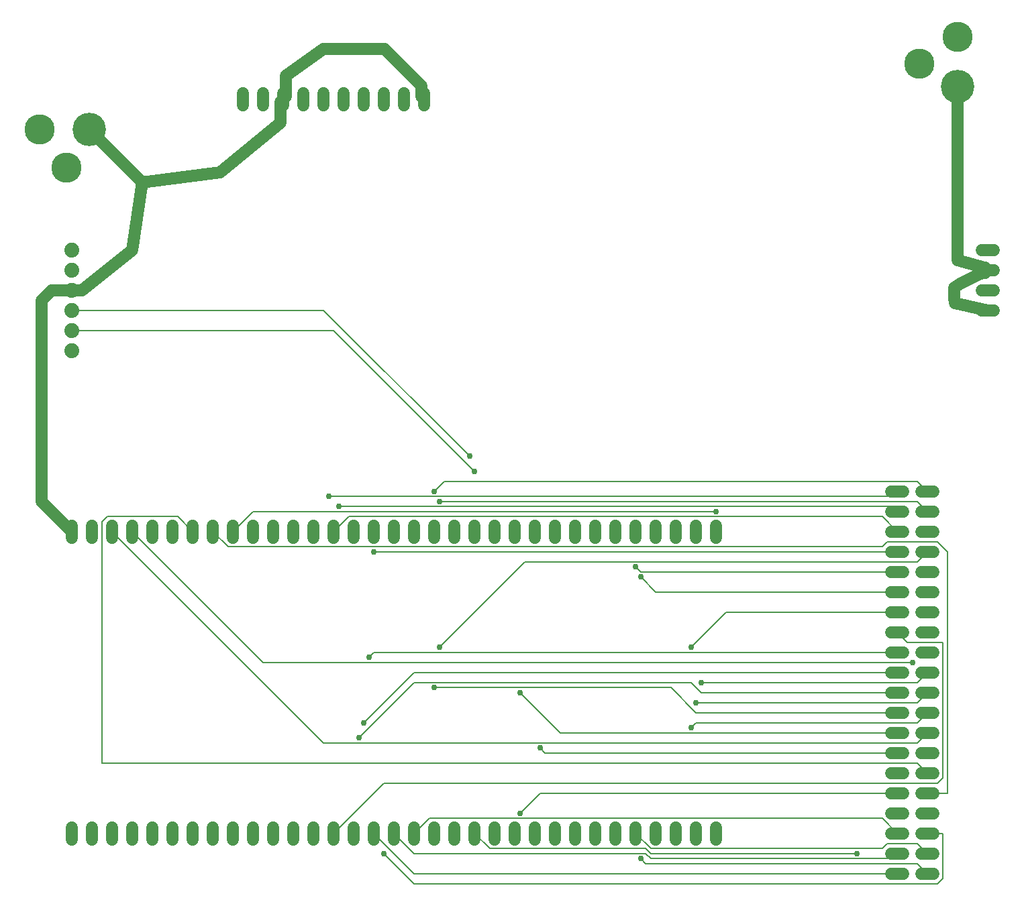
<source format=gbr>
G04 EAGLE Gerber X2 export*
%TF.Part,Single*%
%TF.FileFunction,Copper,L1,Top,Mixed*%
%TF.FilePolarity,Positive*%
%TF.GenerationSoftware,Autodesk,EAGLE,8.7.1*%
%TF.CreationDate,2018-04-16T21:52:04Z*%
G75*
%MOMM*%
%FSLAX34Y34*%
%LPD*%
%AMOC8*
5,1,8,0,0,1.08239X$1,22.5*%
G01*
%ADD10C,4.216000*%
%ADD11C,3.816000*%
%ADD12C,1.879600*%
%ADD13C,1.524000*%
%ADD14C,0.152400*%
%ADD15C,0.756400*%


D10*
X97900Y1003300D03*
D11*
X35400Y1003300D03*
X69400Y955300D03*
D12*
X76200Y723900D03*
X76200Y749300D03*
X76200Y774700D03*
X76200Y800100D03*
X76200Y825500D03*
X76200Y850900D03*
D13*
X76200Y121920D02*
X76200Y106680D01*
X101600Y106680D02*
X101600Y121920D01*
X127000Y121920D02*
X127000Y106680D01*
X152400Y106680D02*
X152400Y121920D01*
X177800Y121920D02*
X177800Y106680D01*
X203200Y106680D02*
X203200Y121920D01*
X228600Y121920D02*
X228600Y106680D01*
X254000Y106680D02*
X254000Y121920D01*
X279400Y121920D02*
X279400Y106680D01*
X304800Y106680D02*
X304800Y121920D01*
X330200Y121920D02*
X330200Y106680D01*
X355600Y106680D02*
X355600Y121920D01*
X381000Y121920D02*
X381000Y106680D01*
X406400Y106680D02*
X406400Y121920D01*
X431800Y121920D02*
X431800Y106680D01*
X457200Y106680D02*
X457200Y121920D01*
X482600Y121920D02*
X482600Y106680D01*
X508000Y106680D02*
X508000Y121920D01*
X533400Y121920D02*
X533400Y106680D01*
X558800Y106680D02*
X558800Y121920D01*
X76200Y487680D02*
X76200Y502920D01*
X101600Y502920D02*
X101600Y487680D01*
X127000Y487680D02*
X127000Y502920D01*
X152400Y502920D02*
X152400Y487680D01*
X177800Y487680D02*
X177800Y502920D01*
X203200Y502920D02*
X203200Y487680D01*
X228600Y487680D02*
X228600Y502920D01*
X254000Y502920D02*
X254000Y487680D01*
X279400Y487680D02*
X279400Y502920D01*
X304800Y502920D02*
X304800Y487680D01*
X330200Y487680D02*
X330200Y502920D01*
X355600Y502920D02*
X355600Y487680D01*
X381000Y487680D02*
X381000Y502920D01*
X406400Y502920D02*
X406400Y487680D01*
X431800Y487680D02*
X431800Y502920D01*
X457200Y502920D02*
X457200Y487680D01*
X482600Y487680D02*
X482600Y502920D01*
X508000Y502920D02*
X508000Y487680D01*
X533400Y487680D02*
X533400Y502920D01*
X558800Y502920D02*
X558800Y487680D01*
X584200Y121920D02*
X584200Y106680D01*
X609600Y106680D02*
X609600Y121920D01*
X635000Y121920D02*
X635000Y106680D01*
X660400Y106680D02*
X660400Y121920D01*
X685800Y121920D02*
X685800Y106680D01*
X711200Y106680D02*
X711200Y121920D01*
X736600Y121920D02*
X736600Y106680D01*
X762000Y106680D02*
X762000Y121920D01*
X787400Y121920D02*
X787400Y106680D01*
X812800Y106680D02*
X812800Y121920D01*
X838200Y121920D02*
X838200Y106680D01*
X863600Y106680D02*
X863600Y121920D01*
X889000Y121920D02*
X889000Y106680D01*
X584200Y487680D02*
X584200Y502920D01*
X609600Y502920D02*
X609600Y487680D01*
X635000Y487680D02*
X635000Y502920D01*
X660400Y502920D02*
X660400Y487680D01*
X685800Y487680D02*
X685800Y502920D01*
X711200Y502920D02*
X711200Y487680D01*
X736600Y487680D02*
X736600Y502920D01*
X762000Y502920D02*
X762000Y487680D01*
X787400Y487680D02*
X787400Y502920D01*
X812800Y502920D02*
X812800Y487680D01*
X838200Y487680D02*
X838200Y502920D01*
X863600Y502920D02*
X863600Y487680D01*
X889000Y487680D02*
X889000Y502920D01*
X292100Y1033780D02*
X292100Y1049020D01*
X317500Y1049020D02*
X317500Y1033780D01*
X342900Y1033780D02*
X342900Y1049020D01*
X368300Y1049020D02*
X368300Y1033780D01*
X393700Y1033780D02*
X393700Y1049020D01*
X419100Y1049020D02*
X419100Y1033780D01*
X444500Y1033780D02*
X444500Y1049020D01*
X469900Y1049020D02*
X469900Y1033780D01*
X495300Y1033780D02*
X495300Y1049020D01*
X520700Y1049020D02*
X520700Y1033780D01*
X1109980Y546100D02*
X1125220Y546100D01*
X1125220Y520700D02*
X1109980Y520700D01*
X1109980Y495300D02*
X1125220Y495300D01*
X1125220Y469900D02*
X1109980Y469900D01*
X1109980Y444500D02*
X1125220Y444500D01*
X1125220Y419100D02*
X1109980Y419100D01*
X1109980Y393700D02*
X1125220Y393700D01*
X1125220Y368300D02*
X1109980Y368300D01*
X1109980Y342900D02*
X1125220Y342900D01*
X1125220Y317500D02*
X1109980Y317500D01*
X1109980Y292100D02*
X1125220Y292100D01*
X1125220Y266700D02*
X1109980Y266700D01*
X1109980Y241300D02*
X1125220Y241300D01*
X1125220Y215900D02*
X1109980Y215900D01*
X1109980Y190500D02*
X1125220Y190500D01*
X1125220Y165100D02*
X1109980Y165100D01*
X1109980Y139700D02*
X1125220Y139700D01*
X1125220Y114300D02*
X1109980Y114300D01*
X1109980Y88900D02*
X1125220Y88900D01*
X1125220Y63500D02*
X1109980Y63500D01*
X1148080Y546100D02*
X1163320Y546100D01*
X1163320Y520700D02*
X1148080Y520700D01*
X1148080Y495300D02*
X1163320Y495300D01*
X1163320Y469900D02*
X1148080Y469900D01*
X1148080Y444500D02*
X1163320Y444500D01*
X1163320Y419100D02*
X1148080Y419100D01*
X1148080Y393700D02*
X1163320Y393700D01*
X1163320Y368300D02*
X1148080Y368300D01*
X1148080Y342900D02*
X1163320Y342900D01*
X1163320Y317500D02*
X1148080Y317500D01*
X1148080Y292100D02*
X1163320Y292100D01*
X1163320Y266700D02*
X1148080Y266700D01*
X1148080Y241300D02*
X1163320Y241300D01*
X1163320Y215900D02*
X1148080Y215900D01*
X1148080Y190500D02*
X1163320Y190500D01*
X1163320Y165100D02*
X1148080Y165100D01*
X1148080Y139700D02*
X1163320Y139700D01*
X1163320Y114300D02*
X1148080Y114300D01*
X1148080Y88900D02*
X1163320Y88900D01*
X1163320Y63500D02*
X1148080Y63500D01*
D10*
X1193800Y1057800D03*
D11*
X1193800Y1120300D03*
X1145800Y1086300D03*
D13*
X1224280Y774700D02*
X1239520Y774700D01*
X1239520Y800100D02*
X1224280Y800100D01*
X1224280Y825500D02*
X1239520Y825500D01*
X1239520Y850900D02*
X1224280Y850900D01*
D14*
X577850Y590550D02*
X393700Y774700D01*
X76200Y774700D01*
D15*
X577850Y590550D03*
D14*
X584200Y571500D02*
X406400Y749300D01*
X76200Y749300D01*
D15*
X584200Y571500D03*
D13*
X165100Y936100D02*
X97900Y1003300D01*
X165100Y936100D02*
X152400Y850900D01*
X88900Y800100D01*
X76200Y800100D01*
X339344Y1037844D02*
X342900Y1041400D01*
X339344Y1037844D02*
X339344Y1012032D01*
X263412Y948800D01*
X165100Y936100D01*
X76200Y800100D02*
X50800Y800100D01*
X38100Y787400D01*
X38100Y533400D01*
X76200Y495300D01*
X342900Y1041400D02*
X346456Y1044956D01*
X346456Y1070768D01*
X393288Y1104900D01*
X517144Y1058068D02*
X517144Y1044956D01*
X520700Y1041400D01*
X470312Y1104900D02*
X393288Y1104900D01*
X470312Y1104900D02*
X517144Y1058068D01*
D14*
X457200Y114300D02*
X508000Y63500D01*
X1117600Y63500D01*
X508000Y88900D02*
X482600Y114300D01*
X508000Y88900D02*
X800100Y88900D01*
X806450Y82550D01*
X1111250Y82550D01*
X1117600Y88900D01*
X527050Y133350D02*
X508000Y114300D01*
X527050Y133350D02*
X1098550Y133350D01*
X1117600Y114300D01*
X603250Y95250D02*
X584200Y114300D01*
X603250Y95250D02*
X800100Y95250D01*
X806450Y88900D01*
X1066800Y88900D01*
D15*
X1066800Y88900D03*
D14*
X666750Y165100D02*
X641350Y139700D01*
X666750Y165100D02*
X1117600Y165100D01*
D15*
X641350Y139700D03*
D14*
X673100Y215900D02*
X666750Y222250D01*
X673100Y215900D02*
X1117600Y215900D01*
D15*
X666750Y222250D03*
D14*
X692150Y241300D02*
X641350Y292100D01*
X692150Y241300D02*
X1117600Y241300D01*
D15*
X641350Y292100D03*
D14*
X533400Y298450D02*
X831850Y298450D01*
X863600Y266700D01*
X1117600Y266700D01*
D15*
X533400Y298450D03*
D14*
X508000Y304800D02*
X438150Y234950D01*
X508000Y304800D02*
X857250Y304800D01*
X869950Y292100D01*
X1117600Y292100D01*
D15*
X438150Y234950D03*
D14*
X444500Y254000D02*
X508000Y317500D01*
X1117600Y317500D01*
D15*
X444500Y254000D03*
D14*
X450850Y336550D02*
X457200Y342900D01*
X1117600Y342900D01*
D15*
X450850Y336550D03*
D14*
X469900Y177800D02*
X406400Y114300D01*
X469900Y177800D02*
X1168400Y177800D01*
X1174750Y184150D01*
X1174750Y355600D01*
X1130300Y355600D01*
X1117600Y368300D01*
X901700Y393700D02*
X857250Y349250D01*
X901700Y393700D02*
X1117600Y393700D01*
D15*
X857250Y349250D03*
D14*
X812800Y419100D02*
X793750Y438150D01*
X812800Y419100D02*
X1117600Y419100D01*
D15*
X793750Y438150D03*
D14*
X793750Y444500D02*
X787400Y450850D01*
X793750Y444500D02*
X1117600Y444500D01*
D15*
X787400Y450850D03*
D14*
X1117600Y469900D02*
X457200Y469900D01*
D15*
X457200Y469900D03*
D14*
X425450Y514350D02*
X406400Y495300D01*
X425450Y514350D02*
X1098550Y514350D01*
X1117600Y495300D01*
X1111250Y527050D02*
X412750Y527050D01*
X1111250Y527050D02*
X1117600Y520700D01*
D15*
X412750Y527050D03*
D14*
X793750Y82550D02*
X800100Y76200D01*
X1143000Y76200D01*
X1155700Y63500D01*
D15*
X793750Y82550D03*
D14*
X806450Y95250D02*
X787400Y114300D01*
X806450Y95250D02*
X1098550Y95250D01*
X1104900Y101600D01*
X1143000Y101600D01*
X1155700Y88900D01*
X508000Y50800D02*
X469900Y88900D01*
X508000Y50800D02*
X1168400Y50800D01*
X1174750Y57150D01*
X1174750Y114300D01*
X1155700Y114300D01*
D15*
X469900Y88900D03*
D14*
X279400Y495300D02*
X304800Y520700D01*
X889000Y520700D01*
D15*
X889000Y520700D03*
D14*
X273050Y476250D02*
X254000Y495300D01*
X273050Y476250D02*
X1098550Y476250D01*
X1104900Y482600D01*
X1168400Y482600D01*
X1181100Y469900D01*
X1181100Y165100D01*
X1155700Y165100D01*
X228600Y495300D02*
X209550Y514350D01*
X120650Y514350D01*
X114300Y508000D01*
X114300Y203200D01*
X1143000Y203200D01*
X1155700Y190500D01*
X317500Y330200D02*
X152400Y495300D01*
X317500Y330200D02*
X1136650Y330200D01*
D15*
X1136650Y330200D03*
D14*
X393700Y228600D02*
X127000Y495300D01*
X393700Y228600D02*
X1143000Y228600D01*
X1155700Y241300D01*
X863600Y254000D02*
X857250Y247650D01*
X863600Y254000D02*
X1143000Y254000D01*
X1155700Y266700D01*
D15*
X857250Y247650D03*
D14*
X863600Y279400D02*
X1143000Y279400D01*
X1155700Y292100D01*
D15*
X863600Y279400D03*
D14*
X869950Y304800D02*
X1143000Y304800D01*
X1155700Y317500D01*
D15*
X869950Y304800D03*
D14*
X546100Y558800D02*
X533400Y546100D01*
X546100Y558800D02*
X1143000Y558800D01*
X1155700Y546100D01*
D15*
X533400Y546100D03*
D14*
X539750Y533400D02*
X1143000Y533400D01*
X1155700Y520700D01*
D15*
X539750Y533400D03*
D14*
X647700Y457200D02*
X539750Y349250D01*
X647700Y457200D02*
X1143000Y457200D01*
X1155700Y469900D01*
D15*
X539750Y349250D03*
D14*
X400050Y539750D02*
X1111250Y539750D01*
X1117600Y546100D01*
D15*
X400050Y539750D03*
D13*
X1227932Y829056D02*
X1228344Y829056D01*
X1231900Y825500D01*
X1193800Y837788D02*
X1193800Y1057800D01*
X1193800Y837788D02*
X1227932Y829056D01*
X1222756Y821532D02*
X1197452Y808736D01*
X1189736Y803752D01*
X1189832Y790956D01*
X1228344Y821944D02*
X1231900Y825500D01*
X1228344Y821944D02*
X1222756Y821532D01*
X1189832Y790956D02*
X1190244Y783844D01*
X1231900Y774700D01*
M02*

</source>
